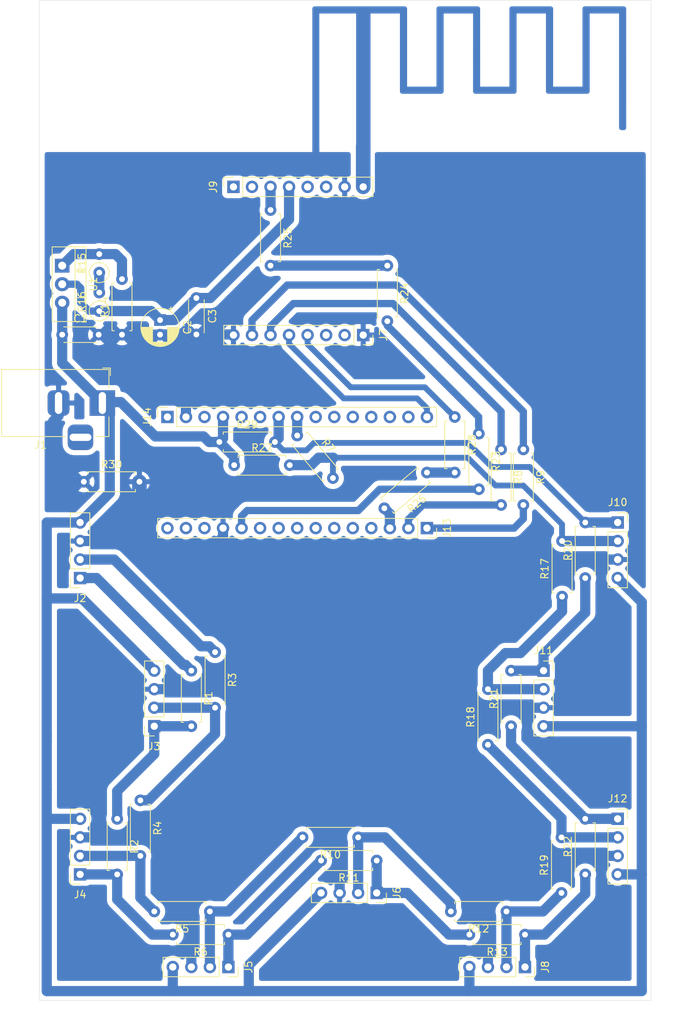
<source format=kicad_pcb>
(kicad_pcb (version 20171130) (host pcbnew "(5.1.5)-3")
  (layers (0 F.Cu signal) (31 B.Cu signal) (34 B.Paste user) (35 F.Paste user) (36 B.SilkS user) (37 F.SilkS user) (38 B.Mask user) (39 F.Mask user) (44 Edge.Cuts user))
  (net 0 "")
  (net 1 "Net-(J1-Pad3)")
  (net 2 "Net-(J1-Pad2)")
  (net 3 "Net-(C1-Pad1)")
  (net 4 "Net-(J2-Pad2)")
  (net 5 "Net-(J2-Pad1)")
  (net 6 "Net-(J3-Pad2)")
  (net 7 "Net-(J3-Pad1)")
  (net 8 "Net-(J4-Pad2)")
  (net 9 "Net-(J4-Pad1)")
  (net 10 "Net-(J5-Pad2)")
  (net 11 "Net-(J5-Pad1)")
  (net 12 "Net-(J6-Pad2)")
  (net 13 "Net-(J6-Pad1)")
  (net 14 "Net-(C1-Pad2)")
  (net 15 "Net-(J7-Pad7)")
  (net 16 "Net-(J7-Pad6)")
  (net 17 "Net-(J14-Pad15)")
  (net 18 "Net-(J7-Pad4)")
  (net 19 "Net-(J7-Pad3)")
  (net 20 "Net-(J7-Pad2)")
  (net 21 "Net-(J7-Pad1)")
  (net 22 "Net-(J8-Pad2)")
  (net 23 "Net-(J8-Pad1)")
  (net 24 "Net-(J9-Pad7)")
  (net 25 "Net-(J9-Pad6)")
  (net 26 "Net-(J9-Pad5)")
  (net 27 "Net-(C2-Pad1)")
  (net 28 "Net-(J9-Pad3)")
  (net 29 "Net-(J9-Pad2)")
  (net 30 "Net-(J9-Pad1)")
  (net 31 "Net-(J10-Pad2)")
  (net 32 "Net-(J10-Pad1)")
  (net 33 "Net-(J11-Pad2)")
  (net 34 "Net-(J11-Pad1)")
  (net 35 "Net-(J12-Pad2)")
  (net 36 "Net-(J12-Pad1)")
  (net 37 "Net-(J13-Pad15)")
  (net 38 "Net-(J13-Pad14)")
  (net 39 "Net-(J13-Pad13)")
  (net 40 "Net-(J13-Pad11)")
  (net 41 "Net-(J13-Pad10)")
  (net 42 "Net-(J13-Pad9)")
  (net 43 "Net-(J13-Pad8)")
  (net 44 "Net-(J13-Pad7)")
  (net 45 "Net-(J13-Pad6)")
  (net 46 "Net-(J13-Pad5)")
  (net 47 "Net-(J13-Pad4)")
  (net 48 "Net-(J13-Pad3)")
  (net 49 "Net-(J13-Pad2)")
  (net 50 "Net-(J13-Pad1)")
  (net 51 "Net-(J14-Pad14)")
  (net 52 "Net-(J14-Pad13)")
  (net 53 "Net-(J14-Pad12)")
  (net 54 "Net-(J14-Pad11)")
  (net 55 "Net-(J14-Pad10)")
  (net 56 "Net-(J14-Pad9)")
  (net 57 "Net-(J14-Pad8)")
  (net 58 "Net-(J14-Pad6)")
  (net 59 "Net-(J14-Pad5)")
  (net 60 "Net-(J14-Pad3)")
  (net 61 "Net-(J14-Pad1)")
  (net 62 "Net-(R14-Pad2)")
  (net 63 "Net-(R15-Pad1)")
  (net 64 "Net-(R23-Pad1)")
  (net 65 "Net-(R24-Pad1)")
  (net 66 "Net-(R26-Pad1)")
  (net 67 "Net-(J10-Pad3)")
  (module Resistor_THT:R_Axial_DIN0207_L6.3mm_D2.5mm_P7.62mm_Horizontal (layer F.Cu) (at 64.516 93.98)
    (fp_text reference R30 (at 3.81 -2.37) (layer F.SilkS))
    (fp_text value 0)
    (pad 2 thru_hole oval (at 7.62 0) (size 1.6 1.6) (drill 0.8) (layers *.Cu *.Mask) (net 67 "Net-(J10-Pad3)"))
    (pad 1 thru_hole circle (at 0 0) (size 1.6 1.6) (drill 0.8) (layers *.Cu *.Mask) (net 2 "Net-(J1-Pad2)"))
  )
  (module Capacitor_THT:C_Disc_D4.3mm_W1.9mm_P5.00mm (layer F.Cu) (at 79.939875 68.782948 270)
    (fp_text reference C3 (at 2.5 -2.2 90) (layer F.SilkS))
    (fp_text value 100nF)
    (pad 2 thru_hole circle (at 5 0 270) (size 1.6 1.6) (drill 0.8) (layers *.Cu *.Mask) (net 14 "Net-(C1-Pad2)"))
    (pad 1 thru_hole circle (at 0 0 270) (size 1.6 1.6) (drill 0.8) (layers *.Cu *.Mask) (net 27 "Net-(C2-Pad1)"))
  )
  (module Resistor_THT:R_Axial_DIN0207_L6.3mm_D2.5mm_P7.62mm_Horizontal (layer F.Cu) (at 69.745279 73.810928 90)
    (fp_text reference R14 (at 3.81 -2.37 90) (layer F.SilkS))
    (fp_text value 2k2)
    (pad 2 thru_hole oval (at 7.62 0 90) (size 1.6 1.6) (drill 0.8) (layers *.Cu *.Mask) (net 62 "Net-(R14-Pad2)"))
    (pad 1 thru_hole circle (at 0 0 90) (size 1.6 1.6) (drill 0.8) (layers *.Cu *.Mask) (net 14 "Net-(C1-Pad2)"))
  )
  (module Resistor_THT:R_Axial_DIN0207_L6.3mm_D2.5mm_P2.54mm_Vertical (layer F.Cu) (at 66.633779 70.572426 90)
    (fp_text reference R16 (at 1.27 -2.37 90) (layer F.SilkS))
    (fp_text value 470)
    (pad 2 thru_hole oval (at 2.54 0 90) (size 1.6 1.6) (drill 0.8) (layers *.Cu *.Mask) (net 63 "Net-(R15-Pad1)"))
    (pad 1 thru_hole circle (at 0 0 90) (size 1.6 1.6) (drill 0.8) (layers *.Cu *.Mask) (net 27 "Net-(C2-Pad1)"))
  )
  (module Resistor_THT:R_Axial_DIN0207_L6.3mm_D2.5mm_P2.54mm_Vertical (layer F.Cu) (at 66.633778 65.301927 90)
    (fp_text reference R15 (at 1.27 -2.37 90) (layer F.SilkS))
    (fp_text value 1k)
    (pad 2 thru_hole oval (at 2.54 0 90) (size 1.6 1.6) (drill 0.8) (layers *.Cu *.Mask) (net 62 "Net-(R14-Pad2)"))
    (pad 1 thru_hole circle (at 0 0 90) (size 1.6 1.6) (drill 0.8) (layers *.Cu *.Mask) (net 63 "Net-(R15-Pad1)"))
  )
  (module Capacitor_THT:CP_Radial_D5.0mm_P2.00mm (layer F.Cu) (at 74.9611 71.805791 270)
    (fp_text reference C2 (at 1 -3.75 90) (layer F.SilkS))
    (fp_text value 2.2uF)
    (pad 2 thru_hole circle (at 2 0 270) (size 1.6 1.6) (drill 0.8) (layers *.Cu *.Mask) (net 14 "Net-(C1-Pad2)"))
    (pad 1 thru_hole rect (at 0 0 270) (size 1.6 1.6) (drill 0.8) (layers *.Cu *.Mask) (net 27 "Net-(C2-Pad1)"))
  )
  (module Capacitor_THT:C_Disc_D4.3mm_W1.9mm_P5.00mm (layer F.Cu) (at 61.553779 73.810927)
    (fp_text reference C1 (at 2.5 -2.2) (layer F.SilkS))
    (fp_text value 100nF)
    (pad 2 thru_hole circle (at 5 0) (size 1.6 1.6) (drill 0.8) (layers *.Cu *.Mask) (net 14 "Net-(C1-Pad2)"))
    (pad 1 thru_hole circle (at 0 0) (size 1.6 1.6) (drill 0.8) (layers *.Cu *.Mask) (net 3 "Net-(C1-Pad1)"))
  )
  (module Package_TO_SOT_THT:TO-220-3_Vertical (layer F.Cu) (at 61.553778 64.349427 270)
    (fp_text reference U1 (at 2.54 -4.27 90) (layer F.SilkS))
    (fp_text value LM317_3PinPackage)
    (pad 3 thru_hole oval (at 5.08 0 270) (size 1.905 2) (drill 1.1) (layers *.Cu *.Mask) (net 3 "Net-(C1-Pad1)"))
    (pad 2 thru_hole oval (at 2.54 0 270) (size 1.905 2) (drill 1.1) (layers *.Cu *.Mask) (net 27 "Net-(C2-Pad1)"))
    (pad 1 thru_hole rect (at 0 0 270) (size 1.905 2) (drill 1.1) (layers *.Cu *.Mask) (net 62 "Net-(R14-Pad2)"))
  )
  (module Resistor_THT:R_Axial_DIN0207_L6.3mm_D2.5mm_P7.62mm_Horizontal (layer F.Cu) (at 83.084345 88.527787)
    (fp_text reference R29 (at 3.81 -2.37) (layer F.SilkS))
    (fp_text value 47k)
    (pad 1 thru_hole circle (at 0 0) (size 1.6 1.6) (drill 0.8) (layers *.Cu *.Mask) (net 3 "Net-(C1-Pad1)"))
    (pad 2 thru_hole oval (at 7.62 0) (size 1.6 1.6) (drill 0.8) (layers *.Cu *.Mask) (net 32 "Net-(J10-Pad1)"))
  )
  (module Resistor_THT:R_Axial_DIN0207_L6.3mm_D2.5mm_P7.62mm_Horizontal (layer F.Cu) (at 115.342346 85.098787 270)
    (fp_text reference R28 (at 3.81 -2.37 90) (layer F.SilkS))
    (fp_text value 0)
    (pad 1 thru_hole circle (at 0 0 270) (size 1.6 1.6) (drill 0.8) (layers *.Cu *.Mask) (net 18 "Net-(J7-Pad4)"))
    (pad 2 thru_hole oval (at 7.62 0 270) (size 1.6 1.6) (drill 0.8) (layers *.Cu *.Mask) (net 66 "Net-(R26-Pad1)"))
  )
  (module Resistor_THT:R_Axial_DIN0207_L6.3mm_D2.5mm_P7.62mm_Horizontal (layer F.Cu) (at 85.116346 91.702787)
    (fp_text reference R27 (at 3.81 -2.37) (layer F.SilkS))
    (fp_text value 47k)
    (pad 1 thru_hole circle (at 0 0) (size 1.6 1.6) (drill 0.8) (layers *.Cu *.Mask) (net 3 "Net-(C1-Pad1)"))
    (pad 2 thru_hole oval (at 7.62 0) (size 1.6 1.6) (drill 0.8) (layers *.Cu *.Mask) (net 31 "Net-(J10-Pad2)"))
  )
  (module Resistor_THT:R_Axial_DIN0207_L6.3mm_D2.5mm_P7.62mm_Horizontal (layer F.Cu) (at 111.532347 92.718787 220)
    (fp_text reference R26 (at 3.81 -2.37 40) (layer F.SilkS))
    (fp_text value 0)
    (pad 1 thru_hole circle (at 0 0 220) (size 1.6 1.6) (drill 0.8) (layers *.Cu *.Mask) (net 66 "Net-(R26-Pad1)"))
    (pad 2 thru_hole oval (at 7.62 0 220) (size 1.6 1.6) (drill 0.8) (layers *.Cu *.Mask) (net 48 "Net-(J13-Pad3)"))
  )
  (module Resistor_THT:R_Axial_DIN0207_L6.3mm_D2.5mm_P7.62mm_Horizontal (layer F.Cu) (at 90.099874 56.717948 270)
    (fp_text reference R25 (at 3.81 -2.37 90) (layer F.SilkS))
    (fp_text value 0)
    (pad 2 thru_hole oval (at 7.62 0 270) (size 1.6 1.6) (drill 0.8) (layers *.Cu *.Mask) (net 65 "Net-(R24-Pad1)"))
    (pad 1 thru_hole circle (at 0 0 270) (size 1.6 1.6) (drill 0.8) (layers *.Cu *.Mask) (net 28 "Net-(J9-Pad3)"))
  )
  (module Resistor_THT:R_Axial_DIN0207_L6.3mm_D2.5mm_P7.62mm_Horizontal (layer F.Cu) (at 106.101874 64.337949 270)
    (fp_text reference R24 (at 3.81 -2.37 90) (layer F.SilkS))
    (fp_text value 0)
    (pad 2 thru_hole oval (at 7.62 0 270) (size 1.6 1.6) (drill 0.8) (layers *.Cu *.Mask) (net 64 "Net-(R23-Pad1)"))
    (pad 1 thru_hole circle (at 0 0 270) (size 1.6 1.6) (drill 0.8) (layers *.Cu *.Mask) (net 65 "Net-(R24-Pad1)"))
  )
  (module Resistor_THT:R_Axial_DIN0207_L6.3mm_D2.5mm_P7.62mm_Horizontal (layer F.Cu) (at 118.644346 87.384786 270)
    (fp_text reference R23 (at 3.81 -2.37 90) (layer F.SilkS))
    (fp_text value 0)
    (pad 1 thru_hole circle (at 0 0 270) (size 1.6 1.6) (drill 0.8) (layers *.Cu *.Mask) (net 64 "Net-(R23-Pad1)"))
    (pad 2 thru_hole oval (at 7.62 0 270) (size 1.6 1.6) (drill 0.8) (layers *.Cu *.Mask) (net 40 "Net-(J13-Pad11)"))
  )
  (module Resistor_THT:R_Axial_DIN0207_L6.3mm_D2.5mm_P7.62mm_Horizontal (layer F.Cu) (at 133.223 147.828 90)
    (fp_text reference R22 (at 3.81 -2.37 90) (layer F.SilkS))
    (fp_text value 0)
    (pad 2 thru_hole oval (at 7.62 0 90) (size 1.6 1.6) (drill 0.8) (layers *.Cu *.Mask) (net 36 "Net-(J12-Pad1)"))
    (pad 1 thru_hole circle (at 0 0 90) (size 1.6 1.6) (drill 0.8) (layers *.Cu *.Mask) (net 23 "Net-(J8-Pad1)"))
  )
  (module Resistor_THT:R_Axial_DIN0207_L6.3mm_D2.5mm_P7.62mm_Horizontal (layer F.Cu) (at 123.063 127.508 90)
    (fp_text reference R21 (at 3.81 -2.37 90) (layer F.SilkS))
    (fp_text value 0)
    (pad 2 thru_hole oval (at 7.62 0 90) (size 1.6 1.6) (drill 0.8) (layers *.Cu *.Mask) (net 34 "Net-(J11-Pad1)"))
    (pad 1 thru_hole circle (at 0 0 90) (size 1.6 1.6) (drill 0.8) (layers *.Cu *.Mask) (net 36 "Net-(J12-Pad1)"))
  )
  (module Resistor_THT:R_Axial_DIN0207_L6.3mm_D2.5mm_P7.62mm_Horizontal (layer F.Cu) (at 133.223 107.188 90)
    (fp_text reference R20 (at 3.81 -2.37 90) (layer F.SilkS))
    (fp_text value 0)
    (pad 2 thru_hole oval (at 7.62 0 90) (size 1.6 1.6) (drill 0.8) (layers *.Cu *.Mask) (net 32 "Net-(J10-Pad1)"))
    (pad 1 thru_hole circle (at 0 0 90) (size 1.6 1.6) (drill 0.8) (layers *.Cu *.Mask) (net 34 "Net-(J11-Pad1)"))
  )
  (module Resistor_THT:R_Axial_DIN0207_L6.3mm_D2.5mm_P7.62mm_Horizontal (layer F.Cu) (at 129.968001 150.368 90)
    (fp_text reference R19 (at 3.81 -2.37 90) (layer F.SilkS))
    (fp_text value 0)
    (pad 2 thru_hole oval (at 7.62 0 90) (size 1.6 1.6) (drill 0.8) (layers *.Cu *.Mask) (net 35 "Net-(J12-Pad2)"))
    (pad 1 thru_hole circle (at 0 0 90) (size 1.6 1.6) (drill 0.8) (layers *.Cu *.Mask) (net 22 "Net-(J8-Pad2)"))
  )
  (module Resistor_THT:R_Axial_DIN0207_L6.3mm_D2.5mm_P7.62mm_Horizontal (layer F.Cu) (at 119.888 130.048 90)
    (fp_text reference R18 (at 3.81 -2.37 90) (layer F.SilkS))
    (fp_text value 0)
    (pad 2 thru_hole oval (at 7.62 0 90) (size 1.6 1.6) (drill 0.8) (layers *.Cu *.Mask) (net 33 "Net-(J11-Pad2)"))
    (pad 1 thru_hole circle (at 0 0 90) (size 1.6 1.6) (drill 0.8) (layers *.Cu *.Mask) (net 35 "Net-(J12-Pad2)"))
  )
  (module Resistor_THT:R_Axial_DIN0207_L6.3mm_D2.5mm_P7.62mm_Horizontal (layer F.Cu) (at 130.048 109.728 90)
    (fp_text reference R17 (at 3.81 -2.37 90) (layer F.SilkS))
    (fp_text value 0)
    (pad 2 thru_hole oval (at 7.62 0 90) (size 1.6 1.6) (drill 0.8) (layers *.Cu *.Mask) (net 31 "Net-(J10-Pad2)"))
    (pad 1 thru_hole circle (at 0 0 90) (size 1.6 1.6) (drill 0.8) (layers *.Cu *.Mask) (net 33 "Net-(J11-Pad2)"))
  )
  (module Resistor_THT:R_Axial_DIN0207_L6.3mm_D2.5mm_P7.62mm_Horizontal (layer F.Cu) (at 124.968 156.083 180)
    (fp_text reference R13 (at 3.81 -2.37) (layer F.SilkS))
    (fp_text value 0)
    (pad 2 thru_hole oval (at 7.62 0 180) (size 1.6 1.6) (drill 0.8) (layers *.Cu *.Mask) (net 13 "Net-(J6-Pad1)"))
    (pad 1 thru_hole circle (at 0 0 180) (size 1.6 1.6) (drill 0.8) (layers *.Cu *.Mask) (net 23 "Net-(J8-Pad1)"))
  )
  (module Resistor_THT:R_Axial_DIN0207_L6.3mm_D2.5mm_P7.62mm_Horizontal (layer F.Cu) (at 122.428 152.908 180)
    (fp_text reference R12 (at 3.81 -2.37) (layer F.SilkS))
    (fp_text value 0)
    (pad 2 thru_hole oval (at 7.62 0 180) (size 1.6 1.6) (drill 0.8) (layers *.Cu *.Mask) (net 12 "Net-(J6-Pad2)"))
    (pad 1 thru_hole circle (at 0 0 180) (size 1.6 1.6) (drill 0.8) (layers *.Cu *.Mask) (net 22 "Net-(J8-Pad2)"))
  )
  (module Resistor_THT:R_Axial_DIN0207_L6.3mm_D2.5mm_P7.62mm_Horizontal (layer F.Cu) (at 104.648 145.923 180)
    (fp_text reference R11 (at 3.81 -2.37) (layer F.SilkS))
    (fp_text value 0)
    (pad 2 thru_hole oval (at 7.62 0 180) (size 1.6 1.6) (drill 0.8) (layers *.Cu *.Mask) (net 11 "Net-(J5-Pad1)"))
    (pad 1 thru_hole circle (at 0 0 180) (size 1.6 1.6) (drill 0.8) (layers *.Cu *.Mask) (net 13 "Net-(J6-Pad1)"))
  )
  (module Resistor_THT:R_Axial_DIN0207_L6.3mm_D2.5mm_P7.62mm_Horizontal (layer F.Cu) (at 102.108 142.748 180)
    (fp_text reference R10 (at 3.81 -2.37) (layer F.SilkS))
    (fp_text value 0)
    (pad 2 thru_hole oval (at 7.62 0 180) (size 1.6 1.6) (drill 0.8) (layers *.Cu *.Mask) (net 10 "Net-(J5-Pad2)"))
    (pad 1 thru_hole circle (at 0 0 180) (size 1.6 1.6) (drill 0.8) (layers *.Cu *.Mask) (net 12 "Net-(J6-Pad2)"))
  )
  (module Resistor_THT:R_Axial_DIN0207_L6.3mm_D2.5mm_P7.62mm_Horizontal (layer F.Cu) (at 124.740346 89.543787 270)
    (fp_text reference R9 (at 3.81 -2.37 90) (layer F.SilkS))
    (fp_text value 0)
    (pad 1 thru_hole circle (at 0 0 270) (size 1.6 1.6) (drill 0.8) (layers *.Cu *.Mask) (net 15 "Net-(J7-Pad7)"))
    (pad 2 thru_hole oval (at 7.62 0 270) (size 1.6 1.6) (drill 0.8) (layers *.Cu *.Mask) (net 50 "Net-(J13-Pad1)"))
  )
  (module Resistor_THT:R_Axial_DIN0207_L6.3mm_D2.5mm_P7.62mm_Horizontal (layer F.Cu) (at 121.692345 89.543787 270)
    (fp_text reference R8 (at 3.81 -2.37 90) (layer F.SilkS))
    (fp_text value 0)
    (pad 1 thru_hole circle (at 0 0 270) (size 1.6 1.6) (drill 0.8) (layers *.Cu *.Mask) (net 16 "Net-(J7-Pad6)"))
    (pad 2 thru_hole oval (at 7.62 0 270) (size 1.6 1.6) (drill 0.8) (layers *.Cu *.Mask) (net 49 "Net-(J13-Pad2)"))
  )
  (module Resistor_THT:R_Axial_DIN0207_L6.3mm_D2.5mm_P7.62mm_Horizontal (layer F.Cu) (at 93.752346 87.638788 310)
    (fp_text reference R7 (at 3.81 -2.37 130) (layer F.SilkS))
    (fp_text value 0)
    (pad 1 thru_hole circle (at 0 0 310) (size 1.6 1.6) (drill 0.8) (layers *.Cu *.Mask) (net 57 "Net-(J14-Pad8)"))
    (pad 2 thru_hole oval (at 7.62 0 310) (size 1.6 1.6) (drill 0.8) (layers *.Cu *.Mask) (net 31 "Net-(J10-Pad2)"))
  )
  (module Resistor_THT:R_Axial_DIN0207_L6.3mm_D2.5mm_P7.62mm_Horizontal (layer F.Cu) (at 84.328 156.083 180)
    (fp_text reference R6 (at 3.81 -2.37) (layer F.SilkS))
    (fp_text value 0)
    (pad 2 thru_hole oval (at 7.62 0 180) (size 1.6 1.6) (drill 0.8) (layers *.Cu *.Mask) (net 9 "Net-(J4-Pad1)"))
    (pad 1 thru_hole circle (at 0 0 180) (size 1.6 1.6) (drill 0.8) (layers *.Cu *.Mask) (net 11 "Net-(J5-Pad1)"))
  )
  (module Resistor_THT:R_Axial_DIN0207_L6.3mm_D2.5mm_P7.62mm_Horizontal (layer F.Cu) (at 81.788 152.908 180)
    (fp_text reference R5 (at 3.81 -2.37) (layer F.SilkS))
    (fp_text value 0)
    (pad 2 thru_hole oval (at 7.62 0 180) (size 1.6 1.6) (drill 0.8) (layers *.Cu *.Mask) (net 8 "Net-(J4-Pad2)"))
    (pad 1 thru_hole circle (at 0 0 180) (size 1.6 1.6) (drill 0.8) (layers *.Cu *.Mask) (net 10 "Net-(J5-Pad2)"))
  )
  (module Resistor_THT:R_Axial_DIN0207_L6.3mm_D2.5mm_P7.62mm_Horizontal (layer F.Cu) (at 72.263 137.668 270)
    (fp_text reference R4 (at 3.81 -2.37 90) (layer F.SilkS))
    (fp_text value 0)
    (pad 2 thru_hole oval (at 7.62 0 270) (size 1.6 1.6) (drill 0.8) (layers *.Cu *.Mask) (net 8 "Net-(J4-Pad2)"))
    (pad 1 thru_hole circle (at 0 0 270) (size 1.6 1.6) (drill 0.8) (layers *.Cu *.Mask) (net 6 "Net-(J3-Pad2)"))
  )
  (module Resistor_THT:R_Axial_DIN0207_L6.3mm_D2.5mm_P7.62mm_Horizontal (layer F.Cu) (at 82.502999 117.348 270)
    (fp_text reference R3 (at 3.81 -2.37 90) (layer F.SilkS))
    (fp_text value 0)
    (pad 2 thru_hole oval (at 7.62 0 270) (size 1.6 1.6) (drill 0.8) (layers *.Cu *.Mask) (net 6 "Net-(J3-Pad2)"))
    (pad 1 thru_hole circle (at 0 0 270) (size 1.6 1.6) (drill 0.8) (layers *.Cu *.Mask) (net 4 "Net-(J2-Pad2)"))
  )
  (module Resistor_THT:R_Axial_DIN0207_L6.3mm_D2.5mm_P7.62mm_Horizontal (layer F.Cu) (at 69.088 140.208 270)
    (fp_text reference R2 (at 3.81 -2.37 90) (layer F.SilkS))
    (fp_text value 0)
    (pad 2 thru_hole oval (at 7.62 0 270) (size 1.6 1.6) (drill 0.8) (layers *.Cu *.Mask) (net 9 "Net-(J4-Pad1)"))
    (pad 1 thru_hole circle (at 0 0 270) (size 1.6 1.6) (drill 0.8) (layers *.Cu *.Mask) (net 7 "Net-(J3-Pad1)"))
  )
  (module Resistor_THT:R_Axial_DIN0207_L6.3mm_D2.5mm_P7.62mm_Horizontal (layer F.Cu) (at 79.248 119.888 270)
    (fp_text reference R1 (at 3.81 -2.37 90) (layer F.SilkS))
    (fp_text value 0)
    (pad 2 thru_hole oval (at 7.62 0 270) (size 1.6 1.6) (drill 0.8) (layers *.Cu *.Mask) (net 7 "Net-(J3-Pad1)"))
    (pad 1 thru_hole circle (at 0 0 270) (size 1.6 1.6) (drill 0.8) (layers *.Cu *.Mask) (net 5 "Net-(J2-Pad1)"))
  )
  (module Connector_PinSocket_2.54mm:PinSocket_1x15_P2.54mm_Vertical (layer F.Cu) (at 75.972346 85.098787 90)
    (fp_text reference J14 (at 0 -2.77 90) (layer F.SilkS))
    (fp_text value Conn_01x15_Female)
    (pad 1 thru_hole rect (at 0 0 90) (size 1.7 1.7) (drill 1) (layers *.Cu *.Mask) (net 61 "Net-(J14-Pad1)"))
    (pad 2 thru_hole oval (at 0 2.54 90) (size 1.7 1.7) (drill 1) (layers *.Cu *.Mask) (net 14 "Net-(C1-Pad2)"))
    (pad 3 thru_hole oval (at 0 5.08 90) (size 1.7 1.7) (drill 1) (layers *.Cu *.Mask) (net 60 "Net-(J14-Pad3)"))
    (pad 4 thru_hole oval (at 0 7.62 90) (size 1.7 1.7) (drill 1) (layers *.Cu *.Mask) (net 3 "Net-(C1-Pad1)"))
    (pad 5 thru_hole oval (at 0 10.16 90) (size 1.7 1.7) (drill 1) (layers *.Cu *.Mask) (net 59 "Net-(J14-Pad5)"))
    (pad 6 thru_hole oval (at 0 12.7 90) (size 1.7 1.7) (drill 1) (layers *.Cu *.Mask) (net 58 "Net-(J14-Pad6)"))
    (pad 7 thru_hole oval (at 0 15.24 90) (size 1.7 1.7) (drill 1) (layers *.Cu *.Mask) (net 32 "Net-(J10-Pad1)"))
    (pad 8 thru_hole oval (at 0 17.78 90) (size 1.7 1.7) (drill 1) (layers *.Cu *.Mask) (net 57 "Net-(J14-Pad8)"))
    (pad 9 thru_hole oval (at 0 20.32 90) (size 1.7 1.7) (drill 1) (layers *.Cu *.Mask) (net 56 "Net-(J14-Pad9)"))
    (pad 10 thru_hole oval (at 0 22.86 90) (size 1.7 1.7) (drill 1) (layers *.Cu *.Mask) (net 55 "Net-(J14-Pad10)"))
    (pad 11 thru_hole oval (at 0 25.4 90) (size 1.7 1.7) (drill 1) (layers *.Cu *.Mask) (net 54 "Net-(J14-Pad11)"))
    (pad 12 thru_hole oval (at 0 27.94 90) (size 1.7 1.7) (drill 1) (layers *.Cu *.Mask) (net 53 "Net-(J14-Pad12)"))
    (pad 13 thru_hole oval (at 0 30.48 90) (size 1.7 1.7) (drill 1) (layers *.Cu *.Mask) (net 52 "Net-(J14-Pad13)"))
    (pad 14 thru_hole oval (at 0 33.02 90) (size 1.7 1.7) (drill 1) (layers *.Cu *.Mask) (net 51 "Net-(J14-Pad14)"))
    (pad 15 thru_hole oval (at 0 35.56 90) (size 1.7 1.7) (drill 1) (layers *.Cu *.Mask) (net 17 "Net-(J14-Pad15)"))
  )
  (module Connector_PinSocket_2.54mm:PinSocket_1x15_P2.54mm_Vertical (layer F.Cu) (at 111.532346 100.338787 270)
    (fp_text reference J13 (at 0 -2.77 90) (layer F.SilkS))
    (fp_text value Conn_01x15_Female)
    (pad 1 thru_hole rect (at 0 0 270) (size 1.7 1.7) (drill 1) (layers *.Cu *.Mask) (net 50 "Net-(J13-Pad1)"))
    (pad 2 thru_hole oval (at 0 2.54 270) (size 1.7 1.7) (drill 1) (layers *.Cu *.Mask) (net 49 "Net-(J13-Pad2)"))
    (pad 3 thru_hole oval (at 0 5.08 270) (size 1.7 1.7) (drill 1) (layers *.Cu *.Mask) (net 48 "Net-(J13-Pad3)"))
    (pad 4 thru_hole oval (at 0 7.62 270) (size 1.7 1.7) (drill 1) (layers *.Cu *.Mask) (net 47 "Net-(J13-Pad4)"))
    (pad 5 thru_hole oval (at 0 10.16 270) (size 1.7 1.7) (drill 1) (layers *.Cu *.Mask) (net 46 "Net-(J13-Pad5)"))
    (pad 6 thru_hole oval (at 0 12.7 270) (size 1.7 1.7) (drill 1) (layers *.Cu *.Mask) (net 45 "Net-(J13-Pad6)"))
    (pad 7 thru_hole oval (at 0 15.24 270) (size 1.7 1.7) (drill 1) (layers *.Cu *.Mask) (net 44 "Net-(J13-Pad7)"))
    (pad 8 thru_hole oval (at 0 17.78 270) (size 1.7 1.7) (drill 1) (layers *.Cu *.Mask) (net 43 "Net-(J13-Pad8)"))
    (pad 9 thru_hole oval (at 0 20.32 270) (size 1.7 1.7) (drill 1) (layers *.Cu *.Mask) (net 42 "Net-(J13-Pad9)"))
    (pad 10 thru_hole oval (at 0 22.86 270) (size 1.7 1.7) (drill 1) (layers *.Cu *.Mask) (net 41 "Net-(J13-Pad10)"))
    (pad 11 thru_hole oval (at 0 25.4 270) (size 1.7 1.7) (drill 1) (layers *.Cu *.Mask) (net 40 "Net-(J13-Pad11)"))
    (pad 12 thru_hole oval (at 0 27.94 270) (size 1.7 1.7) (drill 1) (layers *.Cu *.Mask) (net 67 "Net-(J10-Pad3)"))
    (pad 13 thru_hole oval (at 0 30.48 270) (size 1.7 1.7) (drill 1) (layers *.Cu *.Mask) (net 39 "Net-(J13-Pad13)"))
    (pad 14 thru_hole oval (at 0 33.02 270) (size 1.7 1.7) (drill 1) (layers *.Cu *.Mask) (net 38 "Net-(J13-Pad14)"))
    (pad 15 thru_hole oval (at 0 35.56 270) (size 1.7 1.7) (drill 1) (layers *.Cu *.Mask) (net 37 "Net-(J13-Pad15)"))
  )
  (module Connector_PinSocket_2.54mm:PinSocket_1x04_P2.54mm_Vertical (layer F.Cu) (at 137.668 140.208)
    (fp_text reference J12 (at 0 -2.77) (layer F.SilkS))
    (fp_text value Conn_01x04_Female)
    (pad 4 thru_hole oval (at 0 7.62) (size 1.7 1.7) (drill 1) (layers *.Cu *.Mask) (net 3 "Net-(C1-Pad1)"))
    (pad 3 thru_hole oval (at 0 5.08) (size 1.7 1.7) (drill 1) (layers *.Cu *.Mask) (net 67 "Net-(J10-Pad3)"))
    (pad 2 thru_hole oval (at 0 2.54) (size 1.7 1.7) (drill 1) (layers *.Cu *.Mask) (net 35 "Net-(J12-Pad2)"))
    (pad 1 thru_hole rect (at 0 0) (size 1.7 1.7) (drill 1) (layers *.Cu *.Mask) (net 36 "Net-(J12-Pad1)"))
  )
  (module Connector_PinSocket_2.54mm:PinSocket_1x04_P2.54mm_Vertical (layer F.Cu) (at 127.508 119.888)
    (fp_text reference J11 (at 0 -2.77) (layer F.SilkS))
    (fp_text value Conn_01x04_Female)
    (pad 4 thru_hole oval (at 0 7.62) (size 1.7 1.7) (drill 1) (layers *.Cu *.Mask) (net 3 "Net-(C1-Pad1)"))
    (pad 3 thru_hole oval (at 0 5.08) (size 1.7 1.7) (drill 1) (layers *.Cu *.Mask) (net 67 "Net-(J10-Pad3)"))
    (pad 2 thru_hole oval (at 0 2.54) (size 1.7 1.7) (drill 1) (layers *.Cu *.Mask) (net 33 "Net-(J11-Pad2)"))
    (pad 1 thru_hole rect (at 0 0) (size 1.7 1.7) (drill 1) (layers *.Cu *.Mask) (net 34 "Net-(J11-Pad1)"))
  )
  (module Connector_PinSocket_2.54mm:PinSocket_1x04_P2.54mm_Vertical (layer F.Cu) (at 137.668 99.568)
    (fp_text reference J10 (at 0 -2.77) (layer F.SilkS))
    (fp_text value Conn_01x04_Female)
    (pad 4 thru_hole oval (at 0 7.62) (size 1.7 1.7) (drill 1) (layers *.Cu *.Mask) (net 3 "Net-(C1-Pad1)"))
    (pad 3 thru_hole oval (at 0 5.08) (size 1.7 1.7) (drill 1) (layers *.Cu *.Mask) (net 67 "Net-(J10-Pad3)"))
    (pad 2 thru_hole oval (at 0 2.54) (size 1.7 1.7) (drill 1) (layers *.Cu *.Mask) (net 31 "Net-(J10-Pad2)"))
    (pad 1 thru_hole rect (at 0 0) (size 1.7 1.7) (drill 1) (layers *.Cu *.Mask) (net 32 "Net-(J10-Pad1)"))
  )
  (module Connector_PinSocket_2.54mm:PinSocket_1x08_P2.54mm_Vertical (layer F.Cu) (at 85.019873 53.542947 90)
    (fp_text reference J9 (at 0 -2.77 90) (layer F.SilkS))
    (fp_text value Conn_01x08_Female)
    (pad 8 thru_hole oval (at 0 17.78 90) (size 1.7 1.7) (drill 1) (layers *.Cu *.Mask) (net 24 "Net-(J9-Pad7)"))
    (pad 7 thru_hole oval (at 0 15.24 90) (size 1.7 1.7) (drill 1) (layers *.Cu *.Mask) (net 24 "Net-(J9-Pad7)"))
    (pad 6 thru_hole oval (at 0 12.7 90) (size 1.7 1.7) (drill 1) (layers *.Cu *.Mask) (net 25 "Net-(J9-Pad6)"))
    (pad 5 thru_hole oval (at 0 10.16 90) (size 1.7 1.7) (drill 1) (layers *.Cu *.Mask) (net 26 "Net-(J9-Pad5)"))
    (pad 4 thru_hole oval (at 0 7.62 90) (size 1.7 1.7) (drill 1) (layers *.Cu *.Mask) (net 27 "Net-(C2-Pad1)"))
    (pad 3 thru_hole oval (at 0 5.08 90) (size 1.7 1.7) (drill 1) (layers *.Cu *.Mask) (net 28 "Net-(J9-Pad3)"))
    (pad 2 thru_hole oval (at 0 2.54 90) (size 1.7 1.7) (drill 1) (layers *.Cu *.Mask) (net 29 "Net-(J9-Pad2)"))
    (pad 1 thru_hole rect (at 0 0 90) (size 1.7 1.7) (drill 1) (layers *.Cu *.Mask) (net 30 "Net-(J9-Pad1)"))
  )
  (module Connector_PinSocket_2.54mm:PinSocket_1x04_P2.54mm_Vertical (layer F.Cu) (at 124.968 160.528 270)
    (fp_text reference J8 (at 0 -2.77 90) (layer F.SilkS))
    (fp_text value Conn_01x04_Female)
    (pad 4 thru_hole oval (at 0 7.62 270) (size 1.7 1.7) (drill 1) (layers *.Cu *.Mask) (net 3 "Net-(C1-Pad1)"))
    (pad 3 thru_hole oval (at 0 5.08 270) (size 1.7 1.7) (drill 1) (layers *.Cu *.Mask) (net 67 "Net-(J10-Pad3)"))
    (pad 2 thru_hole oval (at 0 2.54 270) (size 1.7 1.7) (drill 1) (layers *.Cu *.Mask) (net 22 "Net-(J8-Pad2)"))
    (pad 1 thru_hole rect (at 0 0 270) (size 1.7 1.7) (drill 1) (layers *.Cu *.Mask) (net 23 "Net-(J8-Pad1)"))
  )
  (module Connector_PinSocket_2.54mm:PinSocket_1x08_P2.54mm_Vertical (layer F.Cu) (at 102.799875 73.862948 270)
    (fp_text reference J7 (at 0 -2.77 90) (layer F.SilkS))
    (fp_text value Conn_01x08_Female)
    (pad 8 thru_hole oval (at 0 17.78 270) (size 1.7 1.7) (drill 1) (layers *.Cu *.Mask) (net 14 "Net-(C1-Pad2)"))
    (pad 7 thru_hole oval (at 0 15.24 270) (size 1.7 1.7) (drill 1) (layers *.Cu *.Mask) (net 15 "Net-(J7-Pad7)"))
    (pad 6 thru_hole oval (at 0 12.7 270) (size 1.7 1.7) (drill 1) (layers *.Cu *.Mask) (net 16 "Net-(J7-Pad6)"))
    (pad 5 thru_hole oval (at 0 10.16 270) (size 1.7 1.7) (drill 1) (layers *.Cu *.Mask) (net 17 "Net-(J14-Pad15)"))
    (pad 4 thru_hole oval (at 0 7.62 270) (size 1.7 1.7) (drill 1) (layers *.Cu *.Mask) (net 18 "Net-(J7-Pad4)"))
    (pad 3 thru_hole oval (at 0 5.08 270) (size 1.7 1.7) (drill 1) (layers *.Cu *.Mask) (net 19 "Net-(J7-Pad3)"))
    (pad 2 thru_hole oval (at 0 2.54 270) (size 1.7 1.7) (drill 1) (layers *.Cu *.Mask) (net 20 "Net-(J7-Pad2)"))
    (pad 1 thru_hole rect (at 0 0 270) (size 1.7 1.7) (drill 1) (layers *.Cu *.Mask) (net 21 "Net-(J7-Pad1)"))
  )
  (module Connector_PinSocket_2.54mm:PinSocket_1x04_P2.54mm_Vertical (layer F.Cu) (at 104.648 150.368 270)
    (fp_text reference J6 (at 0 -2.77 90) (layer F.SilkS))
    (fp_text value Conn_01x04_Female)
    (pad 4 thru_hole oval (at 0 7.62 270) (size 1.7 1.7) (drill 1) (layers *.Cu *.Mask) (net 3 "Net-(C1-Pad1)"))
    (pad 3 thru_hole oval (at 0 5.08 270) (size 1.7 1.7) (drill 1) (layers *.Cu *.Mask) (net 67 "Net-(J10-Pad3)"))
    (pad 2 thru_hole oval (at 0 2.54 270) (size 1.7 1.7) (drill 1) (layers *.Cu *.Mask) (net 12 "Net-(J6-Pad2)"))
    (pad 1 thru_hole rect (at 0 0 270) (size 1.7 1.7) (drill 1) (layers *.Cu *.Mask) (net 13 "Net-(J6-Pad1)"))
  )
  (module Connector_PinSocket_2.54mm:PinSocket_1x04_P2.54mm_Vertical (layer F.Cu) (at 84.328 160.528 270)
    (fp_text reference J5 (at 0 -2.77 90) (layer F.SilkS))
    (fp_text value Conn_01x04_Female)
    (pad 4 thru_hole oval (at 0 7.62 270) (size 1.7 1.7) (drill 1) (layers *.Cu *.Mask) (net 3 "Net-(C1-Pad1)"))
    (pad 3 thru_hole oval (at 0 5.08 270) (size 1.7 1.7) (drill 1) (layers *.Cu *.Mask) (net 67 "Net-(J10-Pad3)"))
    (pad 2 thru_hole oval (at 0 2.54 270) (size 1.7 1.7) (drill 1) (layers *.Cu *.Mask) (net 10 "Net-(J5-Pad2)"))
    (pad 1 thru_hole rect (at 0 0 270) (size 1.7 1.7) (drill 1) (layers *.Cu *.Mask) (net 11 "Net-(J5-Pad1)"))
  )
  (module Connector_PinSocket_2.54mm:PinSocket_1x04_P2.54mm_Vertical (layer F.Cu) (at 64.008 147.828 180)
    (fp_text reference J4 (at 0 -2.77) (layer F.SilkS))
    (fp_text value Conn_01x04_Female)
    (pad 4 thru_hole oval (at 0 7.62 180) (size 1.7 1.7) (drill 1) (layers *.Cu *.Mask) (net 3 "Net-(C1-Pad1)"))
    (pad 3 thru_hole oval (at 0 5.08 180) (size 1.7 1.7) (drill 1) (layers *.Cu *.Mask) (net 67 "Net-(J10-Pad3)"))
    (pad 2 thru_hole oval (at 0 2.54 180) (size 1.7 1.7) (drill 1) (layers *.Cu *.Mask) (net 8 "Net-(J4-Pad2)"))
    (pad 1 thru_hole rect (at 0 0 180) (size 1.7 1.7) (drill 1) (layers *.Cu *.Mask) (net 9 "Net-(J4-Pad1)"))
  )
  (module Connector_PinSocket_2.54mm:PinSocket_1x04_P2.54mm_Vertical (layer F.Cu) (at 74.168 127.508 180)
    (fp_text reference J3 (at 0 -2.77) (layer F.SilkS))
    (fp_text value Conn_01x04_Female)
    (pad 4 thru_hole oval (at 0 7.62 180) (size 1.7 1.7) (drill 1) (layers *.Cu *.Mask) (net 3 "Net-(C1-Pad1)"))
    (pad 3 thru_hole oval (at 0 5.08 180) (size 1.7 1.7) (drill 1) (layers *.Cu *.Mask) (net 67 "Net-(J10-Pad3)"))
    (pad 2 thru_hole oval (at 0 2.54 180) (size 1.7 1.7) (drill 1) (layers *.Cu *.Mask) (net 6 "Net-(J3-Pad2)"))
    (pad 1 thru_hole rect (at 0 0 180) (size 1.7 1.7) (drill 1) (layers *.Cu *.Mask) (net 7 "Net-(J3-Pad1)"))
  )
  (module Connector_PinSocket_2.54mm:PinSocket_1x04_P2.54mm_Vertical (layer F.Cu) (at 64.008 107.188 180)
    (fp_text reference J2 (at 0 -2.77) (layer F.SilkS))
    (fp_text value Conn_01x04_Female)
    (pad 4 thru_hole oval (at 0 7.62 180) (size 1.7 1.7) (drill 1) (layers *.Cu *.Mask) (net 3 "Net-(C1-Pad1)"))
    (pad 3 thru_hole oval (at 0 5.08 180) (size 1.7 1.7) (drill 1) (layers *.Cu *.Mask) (net 67 "Net-(J10-Pad3)"))
    (pad 2 thru_hole oval (at 0 2.54 180) (size 1.7 1.7) (drill 1) (layers *.Cu *.Mask) (net 4 "Net-(J2-Pad2)"))
    (pad 1 thru_hole rect (at 0 0 180) (size 1.7 1.7) (drill 1) (layers *.Cu *.Mask) (net 5 "Net-(J2-Pad1)"))
  )
  (module Connector_BarrelJack:BarrelJack_Horizontal (layer F.Cu) (at 67.056 83.185)
    (fp_text reference J1 (at -8.45 5.75) (layer F.SilkS))
    (fp_text value Jack-DC)
    (pad 3 thru_hole roundrect (at -3 4.7) (size 3.5 3.5) (drill oval 3 1) (layers *.Cu *.Mask) (net 1 "Net-(J1-Pad3)"))
    (pad 2 thru_hole roundrect (at -6 0) (size 3 3.5) (drill oval 1 3) (layers *.Cu *.Mask) (net 2 "Net-(J1-Pad2)"))
    (pad 1 thru_hole rect (at 0 0) (size 3.5 3.5) (drill oval 1 3) (layers *.Cu *.Mask) (net 3 "Net-(C1-Pad1)"))
  )
  (gr_line (start 142.24 27.94) (end 142.24 44.704) (layer Edge.Cuts) (width 0.05))
  (gr_line (start 58.42 27.94) (end 142.24 27.94) (layer Edge.Cuts) (width 0.05))
  (gr_line (start 58.42 27.94) (end 58.42 35.56) (layer Edge.Cuts) (width 0.05))
  (gr_line (start 58.42 44.704) (end 58.42 35.56) (layer Edge.Cuts) (width 0.05))
  (gr_line (start 58.42 119.126) (end 58.42 88.646) (layer Edge.Cuts) (width 0.05))
  (gr_line (start 58.42 151.13) (end 58.42 119.126) (layer Edge.Cuts) (width 0.05))
  (gr_line (start 58.42 165.1) (end 58.42 151.13) (layer Edge.Cuts) (width 0.05))
  (gr_line (start 60.96 165.1) (end 58.42 165.1) (layer Edge.Cuts) (width 0.05))
  (gr_line (start 72.644 165.1) (end 60.96 165.1) (layer Edge.Cuts) (width 0.05))
  (gr_line (start 110.236 165.1) (end 72.644 165.1) (layer Edge.Cuts) (width 0.05))
  (gr_line (start 142.24 165.1) (end 110.236 165.1) (layer Edge.Cuts) (width 0.05))
  (gr_line (start 142.24 147.066) (end 142.24 165.1) (layer Edge.Cuts) (width 0.05))
  (gr_line (start 142.24 44.704) (end 142.24 147.066) (layer Edge.Cuts) (width 0.05))
  (gr_line (start 58.42 88.646) (end 58.42 44.704) (layer Edge.Cuts) (width 0.05))
  (segment (start 62.484 93.98) (end 64.516 93.98) (width 1.4) (layer B.Cu) (net 2))
  (segment (start 60.325 91.821) (end 62.484 93.98) (width 1.4) (layer B.Cu) (net 2))
  (segment (start 60.325 85.666) (end 60.325 91.821) (width 1.4) (layer B.Cu) (net 2))
  (segment (start 61.056 83.185) (end 61.056 84.935) (width 1.4) (layer B.Cu) (net 2))
  (segment (start 61.056 84.935) (end 60.325 85.666) (width 1.4) (layer B.Cu) (net 2))
  (segment (start 61.553779 73.810927) (end 61.553779 69.429428) (width 1.4) (layer B.Cu) (net 3))
  (segment (start 85.116346 90.559787) (end 83.084345 88.527787) (width 1.4) (layer B.Cu) (net 3))
  (segment (start 85.116346 91.702787) (end 85.116346 90.559787) (width 1.4) (layer B.Cu) (net 3))
  (segment (start 83.592346 88.019787) (end 83.084345 88.527787) (width 1.4) (layer B.Cu) (net 3))
  (segment (start 83.592346 85.098787) (end 83.592346 88.019787) (width 1.4) (layer B.Cu) (net 3))
  (segment (start 64.008 99.568) (end 60.452 99.568) (width 1.4) (layer B.Cu) (net 3))
  (segment (start 60.452 99.568) (end 59.436 99.568) (width 1.4) (layer B.Cu) (net 3))
  (segment (start 59.436 128.778) (end 59.436 129.54) (width 1.4) (layer B.Cu) (net 3))
  (segment (start 59.436 129.54) (end 59.436 136.144) (width 1.4) (layer B.Cu) (net 3))
  (segment (start 59.436 109.982) (end 64.262 109.982) (width 1.4) (layer B.Cu) (net 3))
  (segment (start 59.436 109.982) (end 59.436 128.778) (width 1.4) (layer B.Cu) (net 3))
  (segment (start 64.262 109.982) (end 74.168 119.888) (width 1.4) (layer B.Cu) (net 3))
  (segment (start 59.436 99.568) (end 59.436 109.982) (width 1.4) (layer B.Cu) (net 3))
  (segment (start 64.008 140.208) (end 59.436 140.208) (width 1.4) (layer B.Cu) (net 3))
  (segment (start 59.436 136.144) (end 59.436 140.208) (width 1.4) (layer B.Cu) (net 3))
  (segment (start 59.436 140.208) (end 59.436 163.83) (width 1.4) (layer B.Cu) (net 3))
  (segment (start 140.97 110.49) (end 137.668 107.188) (width 1.4) (layer B.Cu) (net 3))
  (segment (start 127.508 127.508) (end 140.97 127.508) (width 1.4) (layer B.Cu) (net 3))
  (segment (start 140.97 127.508) (end 140.97 110.49) (width 1.4) (layer B.Cu) (net 3))
  (segment (start 137.668 147.828) (end 138.870081 147.828) (width 1.4) (layer B.Cu) (net 3))
  (segment (start 138.870081 147.828) (end 140.97 147.828) (width 1.4) (layer B.Cu) (net 3))
  (segment (start 140.97 163.83) (end 140.97 147.828) (width 1.4) (layer B.Cu) (net 3))
  (segment (start 140.97 147.828) (end 140.97 127.508) (width 1.4) (layer B.Cu) (net 3))
  (segment (start 117.348 163.576) (end 117.094 163.83) (width 1.4) (layer B.Cu) (net 3))
  (segment (start 117.348 160.528) (end 117.348 163.576) (width 1.4) (layer B.Cu) (net 3))
  (segment (start 117.094 163.83) (end 140.97 163.83) (width 1.4) (layer B.Cu) (net 3))
  (segment (start 87.122 160.274) (end 87.122 163.83) (width 1.4) (layer B.Cu) (net 3))
  (segment (start 97.028 150.368) (end 87.122 160.274) (width 1.4) (layer B.Cu) (net 3))
  (segment (start 87.122 163.83) (end 117.094 163.83) (width 1.4) (layer B.Cu) (net 3))
  (segment (start 76.708 160.528) (end 76.708 163.576) (width 1.4) (layer B.Cu) (net 3))
  (segment (start 59.436 163.83) (end 76.454 163.83) (width 1.4) (layer B.Cu) (net 3))
  (segment (start 76.708 163.576) (end 76.454 163.83) (width 1.4) (layer B.Cu) (net 3))
  (segment (start 76.454 163.83) (end 87.122 163.83) (width 1.4) (layer B.Cu) (net 3))
  (segment (start 68.072 84.201) (end 67.056 83.185) (width 1.4) (layer B.Cu) (net 3))
  (segment (start 64.008 99.568) (end 68.072 95.504) (width 1.4) (layer B.Cu) (net 3))
  (segment (start 68.072 95.504) (end 68.072 84.201) (width 1.4) (layer B.Cu) (net 3))
  (segment (start 81.687346 88.527787) (end 80.925346 87.765787) (width 1.4) (layer B.Cu) (net 3))
  (segment (start 74.303788 87.765788) (end 69.596 83.058) (width 1.4) (layer B.Cu) (net 3))
  (segment (start 67.183 83.058) (end 67.056 83.185) (width 1.4) (layer B.Cu) (net 3))
  (segment (start 80.925346 87.765787) (end 74.303788 87.765788) (width 1.4) (layer B.Cu) (net 3))
  (segment (start 83.084345 88.527787) (end 81.687346 88.527787) (width 1.4) (layer B.Cu) (net 3))
  (segment (start 69.596 83.058) (end 67.183 83.058) (width 1.4) (layer B.Cu) (net 3))
  (segment (start 61.553779 77.682779) (end 67.056 83.185) (width 1.4) (layer B.Cu) (net 3))
  (segment (start 61.553779 73.810927) (end 61.553779 77.682779) (width 1.4) (layer B.Cu) (net 3))
  (segment (start 68.671629 104.648) (end 65.210081 104.648) (width 1.4) (layer B.Cu) (net 4))
  (segment (start 65.210081 104.648) (end 64.008 104.648) (width 1.4) (layer B.Cu) (net 4))
  (segment (start 80.57163 116.548001) (end 68.671629 104.648) (width 1.4) (layer B.Cu) (net 4))
  (segment (start 81.703 116.548001) (end 80.57163 116.548001) (width 1.4) (layer B.Cu) (net 4))
  (segment (start 82.502999 117.348) (end 81.703 116.548001) (width 1.4) (layer B.Cu) (net 4))
  (segment (start 66.258 107.188) (end 64.008 107.188) (width 1.4) (layer B.Cu) (net 5))
  (segment (start 78.158001 119.088001) (end 66.258 107.188) (width 1.4) (layer B.Cu) (net 5))
  (segment (start 79.248 119.888) (end 78.448001 119.088001) (width 1.4) (layer B.Cu) (net 5))
  (segment (start 78.448001 119.088001) (end 78.158001 119.088001) (width 1.4) (layer B.Cu) (net 5))
  (segment (start 74.168 124.968) (end 82.502999 124.968) (width 1.4) (layer B.Cu) (net 6))
  (segment (start 82.502999 126.09937) (end 82.502999 124.968) (width 1.4) (layer B.Cu) (net 6))
  (segment (start 72.263 137.668) (end 73.39437 137.668) (width 1.4) (layer B.Cu) (net 6))
  (segment (start 82.502999 128.559371) (end 82.502999 126.09937) (width 1.4) (layer B.Cu) (net 6))
  (segment (start 73.39437 137.668) (end 82.502999 128.559371) (width 1.4) (layer B.Cu) (net 6))
  (segment (start 79.248 127.508) (end 74.168 127.508) (width 1.4) (layer B.Cu) (net 7))
  (segment (start 69.088 140.208) (end 69.088 136.398) (width 1.4) (layer B.Cu) (net 7))
  (segment (start 74.168 131.318) (end 74.168 127.508) (width 1.4) (layer B.Cu) (net 7))
  (segment (start 69.088 136.398) (end 74.168 131.318) (width 1.4) (layer B.Cu) (net 7))
  (segment (start 64.008 145.288) (end 72.263 145.288) (width 1.4) (layer B.Cu) (net 8))
  (segment (start 72.263 151.003) (end 74.168 152.908) (width 1.4) (layer B.Cu) (net 8))
  (segment (start 72.263 145.288) (end 72.263 151.003) (width 1.4) (layer B.Cu) (net 8))
  (segment (start 69.088 147.828) (end 64.008 147.828) (width 1.4) (layer B.Cu) (net 9))
  (segment (start 69.088 147.828) (end 69.088 151.257) (width 1.4) (layer B.Cu) (net 9))
  (segment (start 73.914 156.083) (end 76.708 156.083) (width 1.4) (layer B.Cu) (net 9))
  (segment (start 69.088 151.257) (end 73.914 156.083) (width 1.4) (layer B.Cu) (net 9))
  (segment (start 81.788 152.908) (end 81.788 160.528) (width 1.4) (layer B.Cu) (net 10))
  (segment (start 84.328 152.908) (end 94.488 142.748) (width 1.4) (layer B.Cu) (net 10))
  (segment (start 81.788 152.908) (end 84.328 152.908) (width 1.4) (layer B.Cu) (net 10))
  (segment (start 84.328 156.083) (end 84.328 160.528) (width 1.4) (layer B.Cu) (net 11))
  (segment (start 86.868 156.083) (end 97.028 145.923) (width 1.4) (layer B.Cu) (net 11))
  (segment (start 84.328 156.083) (end 86.868 156.083) (width 1.4) (layer B.Cu) (net 11))
  (segment (start 102.108 142.748) (end 102.108 150.368) (width 1.4) (layer B.Cu) (net 12))
  (segment (start 103.23937 142.748) (end 102.108 142.748) (width 1.4) (layer B.Cu) (net 12))
  (segment (start 114.808 151.77663) (end 105.77937 142.748) (width 1.4) (layer B.Cu) (net 12))
  (segment (start 105.77937 142.748) (end 103.23937 142.748) (width 1.4) (layer B.Cu) (net 12))
  (segment (start 114.808 152.908) (end 114.808 151.77663) (width 1.4) (layer B.Cu) (net 12))
  (segment (start 104.648 150.368) (end 104.648 145.923) (width 1.4) (layer B.Cu) (net 13))
  (segment (start 114.554 156.083) (end 116.21663 156.083) (width 1.4) (layer B.Cu) (net 13))
  (segment (start 116.21663 156.083) (end 117.348 156.083) (width 1.4) (layer B.Cu) (net 13))
  (segment (start 104.648 150.368) (end 108.839 150.368) (width 1.4) (layer B.Cu) (net 13))
  (segment (start 108.839 150.368) (end 114.554 156.083) (width 1.4) (layer B.Cu) (net 13))
  (segment (start 66.553779 73.810926) (end 69.745279 73.810928) (width 1.4) (layer B.Cu) (net 14))
  (segment (start 80.019874 73.862948) (end 79.939875 73.782948) (width 1.4) (layer B.Cu) (net 14))
  (segment (start 84.939875 73.782948) (end 85.019875 73.862949) (width 1.4) (layer B.Cu) (net 14))
  (segment (start 79.939875 73.782948) (end 84.939875 73.782948) (width 1.4) (layer B.Cu) (net 14))
  (segment (start 69.750415 73.80579) (end 69.745279 73.810928) (width 1.4) (layer B.Cu) (net 14))
  (segment (start 74.9611 73.805791) (end 69.750415 73.80579) (width 1.4) (layer B.Cu) (net 14))
  (segment (start 74.983943 73.782947) (end 74.9611 73.805791) (width 1.4) (layer B.Cu) (net 14))
  (segment (start 79.939875 73.782948) (end 74.983943 73.782947) (width 1.4) (layer B.Cu) (net 14))
  (segment (start 78.512346 85.098787) (end 78.512346 80.237654) (width 1.4) (layer B.Cu) (net 14))
  (segment (start 79.939875 78.810125) (end 79.939875 73.782948) (width 1.4) (layer B.Cu) (net 14))
  (segment (start 78.512346 80.237654) (end 79.939875 78.810125) (width 1.4) (layer B.Cu) (net 14))
  (segment (start 124.740346 89.543787) (end 124.740346 86.622787) (width 1) (layer B.Cu) (net 15))
  (segment (start 87.559874 71.830947) (end 87.559874 73.862949) (width 1) (layer B.Cu) (net 15))
  (segment (start 92.385874 67.004947) (end 87.559874 71.830947) (width 1) (layer B.Cu) (net 15))
  (segment (start 92.385874 67.004947) (end 107.390947 67.004947) (width 1) (layer B.Cu) (net 15))
  (segment (start 124.740346 84.354346) (end 124.740346 86.622787) (width 1) (layer B.Cu) (net 15))
  (segment (start 107.390947 67.004947) (end 124.740346 84.354346) (width 1) (layer B.Cu) (net 15))
  (segment (start 90.099874 72.660866) (end 90.099875 73.862948) (width 1) (layer B.Cu) (net 16))
  (segment (start 93.215794 69.544948) (end 90.099874 72.660866) (width 1) (layer B.Cu) (net 16))
  (segment (start 93.215794 69.544948) (end 106.882948 69.544948) (width 1) (layer B.Cu) (net 16))
  (segment (start 121.692345 84.354345) (end 121.692345 89.543787) (width 1) (layer B.Cu) (net 16))
  (segment (start 106.882948 69.544948) (end 121.692345 84.354345) (width 1) (layer B.Cu) (net 16))
  (segment (start 110.18564 82.55) (end 111.532346 83.896706) (width 0.8) (layer B.Cu) (net 17))
  (segment (start 100.124846 82.55) (end 110.18564 82.55) (width 0.8) (layer B.Cu) (net 17))
  (segment (start 92.639875 75.065029) (end 100.124846 82.55) (width 0.8) (layer B.Cu) (net 17))
  (segment (start 111.532346 83.896706) (end 111.532346 85.098787) (width 0.8) (layer B.Cu) (net 17))
  (segment (start 92.639875 73.862948) (end 92.639875 75.065029) (width 0.8) (layer B.Cu) (net 17))
  (segment (start 95.179875 75.113875) (end 95.179875 73.862948) (width 0.8) (layer B.Cu) (net 18))
  (segment (start 114.542347 84.298788) (end 114.524788 84.298788) (width 0.8) (layer B.Cu) (net 18))
  (segment (start 115.342346 85.098787) (end 114.542347 84.298788) (width 0.8) (layer B.Cu) (net 18))
  (segment (start 111.252 81.026) (end 101.092 81.026) (width 0.8) (layer B.Cu) (net 18))
  (segment (start 114.524788 84.298788) (end 111.252 81.026) (width 0.8) (layer B.Cu) (net 18))
  (segment (start 101.092 81.026) (end 95.179875 75.113875) (width 0.8) (layer B.Cu) (net 18))
  (segment (start 122.428 152.908) (end 122.428 160.528) (width 1.4) (layer B.Cu) (net 22))
  (segment (start 127.428001 152.908) (end 129.968001 150.368) (width 1.4) (layer B.Cu) (net 22))
  (segment (start 122.428 152.908) (end 127.428001 152.908) (width 1.4) (layer B.Cu) (net 22))
  (segment (start 124.968 156.083) (end 124.968 160.528) (width 1.4) (layer B.Cu) (net 23))
  (segment (start 124.968 156.083) (end 127.635 156.083) (width 1.4) (layer B.Cu) (net 23))
  (segment (start 133.223 150.495) (end 133.223 147.828) (width 1.4) (layer B.Cu) (net 23))
  (segment (start 127.635 156.083) (end 133.223 150.495) (width 1.4) (layer B.Cu) (net 23))
  (segment (start 64.093779 67.429427) (end 63.553778 66.889426) (width 1) (layer B.Cu) (net 27))
  (segment (start 63.553778 66.889426) (end 61.553779 66.889428) (width 1) (layer B.Cu) (net 27))
  (segment (start 64.093779 69.429428) (end 64.093779 67.429427) (width 1) (layer B.Cu) (net 27))
  (segment (start 65.236779 70.572427) (end 64.093779 69.429428) (width 1) (layer B.Cu) (net 27))
  (segment (start 66.633779 70.572426) (end 65.236779 70.572427) (width 1) (layer B.Cu) (net 27))
  (segment (start 79.939875 68.782948) (end 81.844874 68.782948) (width 1.4) (layer B.Cu) (net 27))
  (segment (start 92.639875 57.987947) (end 92.639874 53.542949) (width 1.4) (layer B.Cu) (net 27))
  (segment (start 81.844874 68.782948) (end 92.639875 57.987947) (width 1.4) (layer B.Cu) (net 27))
  (segment (start 76.917031 71.80579) (end 79.939875 68.782948) (width 1.4) (layer B.Cu) (net 27))
  (segment (start 74.9611 71.805791) (end 76.917031 71.80579) (width 1.4) (layer B.Cu) (net 27))
  (segment (start 73.727735 70.572426) (end 74.9611 71.805791) (width 1.4) (layer B.Cu) (net 27))
  (segment (start 66.633779 70.572426) (end 73.727735 70.572426) (width 1.4) (layer B.Cu) (net 27))
  (segment (start 90.099874 53.542948) (end 90.099874 56.717948) (width 1.4) (layer B.Cu) (net 28))
  (segment (start 137.668 102.108) (end 130.048 102.108) (width 1.4) (layer B.Cu) (net 31))
  (segment (start 92.736346 91.702787) (end 93.867715 91.702787) (width 1.4) (layer B.Cu) (net 31))
  (segment (start 98.650388 90.741745) (end 98.650388 93.476046) (width 0.8) (layer B.Cu) (net 31))
  (segment (start 98.650388 90.741745) (end 98.705346 90.686787) (width 1.4) (layer B.Cu) (net 31))
  (segment (start 98.705346 90.686787) (end 96.673346 90.686787) (width 1.4) (layer B.Cu) (net 31))
  (segment (start 95.657346 91.702787) (end 93.867715 91.702787) (width 1.4) (layer B.Cu) (net 31))
  (segment (start 96.673346 90.686787) (end 95.657346 91.702787) (width 1.4) (layer B.Cu) (net 31))
  (segment (start 98.705346 90.686787) (end 117.120346 90.686787) (width 0.8) (layer B.Cu) (net 31))
  (segment (start 117.120346 90.686787) (end 120.930346 94.496787) (width 0.8) (layer B.Cu) (net 31))
  (segment (start 120.930346 94.496787) (end 124.722787 94.496787) (width 0.8) (layer B.Cu) (net 31))
  (segment (start 130.048 99.822) (end 130.048 102.108) (width 0.8) (layer B.Cu) (net 31))
  (segment (start 124.722787 94.496787) (end 130.048 99.822) (width 0.8) (layer B.Cu) (net 31))
  (segment (start 133.223 99.568) (end 137.668 99.568) (width 1.4) (layer B.Cu) (net 32))
  (segment (start 118.644346 90.178787) (end 118.136346 89.670787) (width 0.8) (layer B.Cu) (net 32))
  (segment (start 91.847346 89.670787) (end 90.704346 88.527787) (width 0.8) (layer B.Cu) (net 32))
  (segment (start 96.038346 88.654787) (end 95.022346 89.670787) (width 0.8) (layer B.Cu) (net 32))
  (segment (start 95.022346 89.670787) (end 91.847346 89.670787) (width 0.8) (layer B.Cu) (net 32))
  (segment (start 118.644346 90.178787) (end 117.120346 88.654787) (width 0.8) (layer B.Cu) (net 32))
  (segment (start 117.120346 88.654787) (end 96.038346 88.654787) (width 0.8) (layer B.Cu) (net 32))
  (segment (start 118.644346 90.178787) (end 120.422345 91.956787) (width 0.8) (layer B.Cu) (net 32))
  (segment (start 91.212346 88.019787) (end 90.704346 88.527787) (width 1.4) (layer B.Cu) (net 32))
  (segment (start 91.212346 85.098787) (end 91.212346 88.019787) (width 1.4) (layer B.Cu) (net 32))
  (segment (start 125.611787 91.956787) (end 133.223 99.568) (width 0.8) (layer B.Cu) (net 32))
  (segment (start 120.422345 91.956787) (end 125.611787 91.956787) (width 0.8) (layer B.Cu) (net 32))
  (segment (start 127.508 122.428) (end 119.888 122.428) (width 1.4) (layer B.Cu) (net 33))
  (segment (start 130.048 111.76) (end 130.048 109.728) (width 1.4) (layer B.Cu) (net 33))
  (segment (start 124.333 117.475) (end 130.048 111.76) (width 1.4) (layer B.Cu) (net 33))
  (segment (start 122.301 117.475) (end 124.333 117.475) (width 1.4) (layer B.Cu) (net 33))
  (segment (start 119.888 122.428) (end 119.888 119.888) (width 1.4) (layer B.Cu) (net 33))
  (segment (start 119.888 119.888) (end 122.301 117.475) (width 1.4) (layer B.Cu) (net 33))
  (segment (start 123.063 119.888) (end 127.508 119.888) (width 1.4) (layer B.Cu) (net 34))
  (segment (start 133.223 108.31937) (end 133.223 107.188) (width 1.4) (layer B.Cu) (net 34))
  (segment (start 127.508 117.638) (end 133.223 111.923) (width 1.4) (layer B.Cu) (net 34))
  (segment (start 133.223 111.923) (end 133.223 108.31937) (width 1.4) (layer B.Cu) (net 34))
  (segment (start 127.508 119.888) (end 127.508 117.638) (width 1.4) (layer B.Cu) (net 34))
  (segment (start 129.968001 142.748) (end 137.668 142.748) (width 1.4) (layer B.Cu) (net 35))
  (segment (start 129.968001 140.128001) (end 119.888 130.048) (width 1.4) (layer B.Cu) (net 35))
  (segment (start 129.968001 142.748) (end 129.968001 140.128001) (width 1.4) (layer B.Cu) (net 35))
  (segment (start 133.223 140.208) (end 137.668 140.208) (width 1.4) (layer B.Cu) (net 36))
  (segment (start 123.063 130.048) (end 133.223 140.208) (width 1.4) (layer B.Cu) (net 36))
  (segment (start 123.063 127.508) (end 123.063 130.048) (width 1.4) (layer B.Cu) (net 36))
  (segment (start 86.132346 98.687787) (end 86.132346 100.338787) (width 1) (layer B.Cu) (net 40))
  (segment (start 102.134346 97.925787) (end 86.894346 97.925787) (width 1) (layer B.Cu) (net 40))
  (segment (start 86.894346 97.925787) (end 86.132346 98.687787) (width 1) (layer B.Cu) (net 40))
  (segment (start 118.644346 95.004787) (end 105.055346 95.004787) (width 1) (layer B.Cu) (net 40))
  (segment (start 105.055346 95.004787) (end 102.134346 97.925787) (width 1) (layer B.Cu) (net 40))
  (segment (start 106.452346 98.374088) (end 105.695087 97.616829) (width 1.4) (layer B.Cu) (net 48))
  (segment (start 106.452346 100.338787) (end 106.452346 98.374088) (width 1.4) (layer B.Cu) (net 48))
  (segment (start 108.992345 99.136706) (end 108.992346 100.338787) (width 1) (layer B.Cu) (net 49))
  (segment (start 110.965265 97.163787) (end 108.992345 99.136706) (width 1) (layer B.Cu) (net 49))
  (segment (start 121.692346 97.163787) (end 110.965265 97.163787) (width 1) (layer B.Cu) (net 49))
  (segment (start 124.740346 99.068787) (end 124.740346 97.163787) (width 1) (layer B.Cu) (net 50))
  (segment (start 111.532346 100.338787) (end 123.470346 100.338787) (width 1) (layer B.Cu) (net 50))
  (segment (start 123.470346 100.338787) (end 124.740346 99.068787) (width 1) (layer B.Cu) (net 50))
  (segment (start 93.752346 87.638788) (end 93.752346 85.098787) (width 1.4) (layer B.Cu) (net 57))
  (segment (start 63.141279 62.761927) (end 61.553778 64.349427) (width 1.4) (layer B.Cu) (net 62))
  (segment (start 66.633778 62.761927) (end 63.141279 62.761927) (width 1.4) (layer B.Cu) (net 62))
  (segment (start 69.74528 66.190928) (end 69.745278 63.650928) (width 1.4) (layer B.Cu) (net 62))
  (segment (start 68.856279 62.761928) (end 66.633778 62.761927) (width 1.4) (layer B.Cu) (net 62))
  (segment (start 69.745278 63.650928) (end 68.856279 62.761928) (width 1.4) (layer B.Cu) (net 62))
  (segment (start 66.633779 68.032427) (end 66.633778 65.301927) (width 1.4) (layer B.Cu) (net 63))
  (segment (start 118.644346 86.253416) (end 118.644346 87.384786) (width 1) (layer B.Cu) (net 64))
  (segment (start 118.618 86.22707) (end 118.644346 86.253416) (width 1) (layer B.Cu) (net 64))
  (segment (start 106.101874 71.957949) (end 106.101874 72.573874) (width 1) (layer B.Cu) (net 64))
  (segment (start 118.618 85.09) (end 118.618 86.22707) (width 1) (layer B.Cu) (net 64))
  (segment (start 106.101874 72.573874) (end 118.618 85.09) (width 1) (layer B.Cu) (net 64))
  (segment (start 90.099875 64.337947) (end 106.101874 64.337949) (width 1.4) (layer B.Cu) (net 65))
  (segment (start 111.532347 92.718787) (end 115.342345 92.718787) (width 1.4) (layer B.Cu) (net 66))
  (segment (start 137.668 104.648) (end 136.465919 104.648) (width 1.4) (layer B.Cu) (net 67))
  (segment (start 116.332 125.476) (end 116.332 127) (width 2) (layer B.Cu) (net 67))
  (segment (start 119.888 160.528) (end 119.888 154.432) (width 1.4) (layer B.Cu) (net 67))
  (segment (start 119.888 154.432) (end 118.364 152.908) (width 1.4) (layer B.Cu) (net 67))
  (segment (start 118.364 152.908) (end 118.364 148.844) (width 1.4) (layer B.Cu) (net 67))
  (segment (start 106.68 137.16) (end 106.172 137.16) (width 1.4) (layer B.Cu) (net 67))
  (segment (start 118.364 148.844) (end 106.68 137.16) (width 1.4) (layer B.Cu) (net 67))
  (segment (start 106.172 137.16) (end 103.632 139.7) (width 2) (layer B.Cu) (net 67))
  (segment (start 112.776 131.064) (end 112.268 131.064) (width 1.4) (layer B.Cu) (net 67))
  (segment (start 137.668 145.288) (end 127 145.288) (width 1.4) (layer B.Cu) (net 67))
  (segment (start 127 145.288) (end 112.776 131.064) (width 1.4) (layer B.Cu) (net 67))
  (segment (start 116.332 127) (end 112.268 131.064) (width 2) (layer B.Cu) (net 67))
  (segment (start 112.268 131.064) (end 106.172 137.16) (width 2) (layer B.Cu) (net 67))
  (segment (start 116.84 124.968) (end 116.332 125.476) (width 1.4) (layer B.Cu) (net 67))
  (segment (start 127.508 124.968) (end 116.84 124.968) (width 1.4) (layer B.Cu) (net 67))
  (segment (start 64.008 142.748) (end 70.612 142.748) (width 1.4) (layer B.Cu) (net 67))
  (segment (start 70.612 142.748) (end 71.628 141.732) (width 1.4) (layer B.Cu) (net 67))
  (segment (start 71.628 141.732) (end 77.216 141.732) (width 1.4) (layer B.Cu) (net 67))
  (segment (start 77.216 141.732) (end 84.836 134.112) (width 1.4) (layer B.Cu) (net 67))
  (segment (start 74.168 122.428) (end 85.344 122.428) (width 1.4) (layer B.Cu) (net 67))
  (segment (start 85.344 122.428) (end 85.852 121.92) (width 1.4) (layer B.Cu) (net 67))
  (segment (start 85.852 121.92) (end 85.852 115.824) (width 2) (layer B.Cu) (net 67))
  (segment (start 64.008 102.108) (end 72.136 102.108) (width 1.4) (layer B.Cu) (net 67))
  (segment (start 72.136 93.98) (end 72.136 96.012) (width 2) (layer B.Cu) (net 67))
  (segment (start 72.136 96.012) (end 72.136 102.108) (width 2) (layer B.Cu) (net 67))
  (segment (start 99.06 144.018) (end 99.06 139.7) (width 1.4) (layer B.Cu) (net 67))
  (segment (start 99.568 150.368) (end 99.568 144.526) (width 1.4) (layer B.Cu) (net 67))
  (segment (start 103.632 139.7) (end 99.06 139.7) (width 2) (layer B.Cu) (net 67))
  (segment (start 99.568 144.526) (end 99.06 144.018) (width 1.4) (layer B.Cu) (net 67))
  (segment (start 116.332 125.476) (end 116.332 119.888) (width 2) (layer B.Cu) (net 67))
  (segment (start 116.332 119.888) (end 131.572 104.648) (width 2) (layer B.Cu) (net 67))
  (segment (start 136.465919 104.648) (end 131.572 104.648) (width 1.4) (layer B.Cu) (net 67))
  (segment (start 98.044 139.7) (end 99.06 139.7) (width 2) (layer B.Cu) (net 67))
  (segment (start 93.472 139.7) (end 98.044 139.7) (width 2) (layer B.Cu) (net 67))
  (segment (start 85.852 121.92) (end 85.852 132.08) (width 2) (layer B.Cu) (net 67))
  (segment (start 84.836 134.112) (end 86.36 132.588) (width 1.4) (layer B.Cu) (net 67))
  (segment (start 85.852 132.08) (end 86.36 132.588) (width 2) (layer B.Cu) (net 67))
  (segment (start 90.932 137.668) (end 90.932 137.16) (width 1.4) (layer B.Cu) (net 67))
  (segment (start 78.232 150.368) (end 90.932 137.668) (width 1.4) (layer B.Cu) (net 67))
  (segment (start 79.248 160.528) (end 79.248 154.432) (width 1.4) (layer B.Cu) (net 67))
  (segment (start 86.36 132.588) (end 90.932 137.16) (width 2) (layer B.Cu) (net 67))
  (segment (start 90.932 137.16) (end 93.472 139.7) (width 2) (layer B.Cu) (net 67))
  (segment (start 79.248 154.432) (end 78.232 153.416) (width 1.4) (layer B.Cu) (net 67))
  (segment (start 78.232 153.416) (end 78.232 150.368) (width 1.4) (layer B.Cu) (net 67))
  (segment (start 85.852 115.824) (end 77.724 107.696) (width 2) (layer B.Cu) (net 67))
  (segment (start 77.724 107.696) (end 72.136 102.108) (width 2) (layer B.Cu) (net 67))
  (segment (start 77.724 107.409214) (end 77.724 107.696) (width 1.4) (layer B.Cu) (net 67))
  (segment (start 83.592346 101.540868) (end 77.724 107.409214) (width 1.4) (layer B.Cu) (net 67))
  (segment (start 83.592346 100.338787) (end 83.592346 101.540868) (width 1.4) (layer B.Cu) (net 67))
  (segment (start 102.799873 53.542947) (end 102.799873 47.974527) (width 2) (layer B.Cu) (net 24))
  (segment (start 96.30918 48.29302) (end 96.30918 49.32934) (width 0.95) (layer B.Cu) (net 24))
  (zone (net 24) (net_name "Net-(J9-Pad7)") (layer B.Cu) (priority 5) (connect_pads (clearance 0.7)) (min_thickness 0.65) (fill yes (arc_segments 32) (thermal_gap 0.65) (thermal_bridge_width 0.7))
    (polygon (pts (xy 138.83894 28.78582) (xy 138.84148 45.76064) (xy 137.85596 45.76064) (xy 137.8585 29.77134) (xy 133.83006 29.76626) (xy 133.8326 40.77716) (xy 127.84074 40.77716) (xy 127.84074 29.7688) (xy 123.81484 29.7688) (xy 123.81484 40.77716) (xy 117.84838 40.77716) (xy 117.85346 29.7688) (xy 113.82248 29.7688) (xy 113.82248 40.77716) (xy 107.83062 40.77716) (xy 107.83062 29.7688) (xy 103.80472 29.7688) (xy 103.80472 48.78578) (xy 101.8286 48.78578) (xy 101.8286 29.7688) (xy 96.7867 29.7688) (xy 96.7867 48.768) (xy 101.092 48.768) (xy 101.092 55.372) (xy 104.394 55.372) (xy 104.394 48.768) (xy 142.2908 48.768) (xy 142.24 165.1) (xy 58.42 165.1) (xy 58.42 48.768) (xy 95.82912 48.768) (xy 95.82912 28.78582) (xy 108.8136 28.78582) (xy 108.8136 39.79418) (xy 112.8395 39.79418) (xy 112.8395 28.78582) (xy 118.81866 28.78582) (xy 118.82628 39.79672) (xy 122.83186 39.79418) (xy 122.83186 28.78582) (xy 128.82372 28.78582) (xy 128.82372 39.79418) (xy 132.84962 39.79164) (xy 132.842 28.78074)))
  )
  (zone (net 2) (net_name "Net-(J1-Pad2)") (layer B.Cu) (priority 5) (connect_pads (clearance 0.7)) (min_thickness 0.65) (fill yes (arc_segments 32) (thermal_gap 0.65) (thermal_bridge_width 0.7))
    (polygon (pts (xy 67.945 85.09) (xy 67.945 95.885) (xy 64.135 99.695) (xy 58.42 99.695) (xy 58.42 79.375) (xy 63.5 79.375)))
  )
  (zone (net 67) (net_name "Net-(J10-Pad3)") (layer B.Cu) (priority 5) (connect_pads (clearance 0.7)) (min_thickness 0.65) (fill yes (arc_segments 32) (thermal_gap 0.65) (thermal_bridge_width 0.7))
    (polygon (pts (xy 142.24 165.1) (xy 58.42 165.1) (xy 58.42 51.435) (xy 142.24 51.435)))
  )
  (zone (net 14) (net_name "Net-(C1-Pad2)") (layer B.Cu) (priority 5) (connect_pads (clearance 0.7)) (min_thickness 0.65) (fill yes (arc_segments 32) (thermal_gap 0.65) (thermal_bridge_width 0.7))
    (polygon (pts (xy 142.24 104.775) (xy 58.42 104.775) (xy 58.42 60.325) (xy 142.24 60.325)))
  )
  (zone (net 21) (net_name "Net-(J7-Pad1)") (layer B.Cu) (priority 5) (connect_pads (clearance 0.7)) (min_thickness 0.65) (fill yes (arc_segments 32) (thermal_gap 0.65) (thermal_bridge_width 0.7))
    (polygon (pts (xy 114.935 86.36) (xy 85.09 86.36) (xy 85.725 67.945) (xy 114.935 67.945)))
  )
)
</source>
